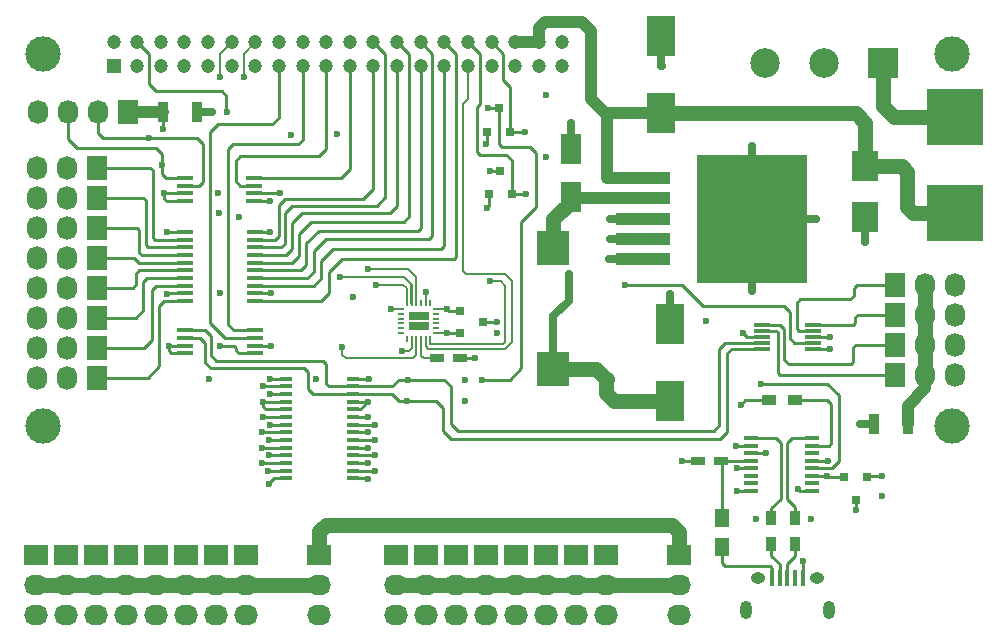
<source format=gtl>
G04 #@! TF.FileFunction,Copper,L1,Top,Signal*
%FSLAX46Y46*%
G04 Gerber Fmt 4.6, Leading zero omitted, Abs format (unit mm)*
G04 Created by KiCad (PCBNEW (2015-11-11 BZR 6310)-product) date Thu 17 Dec 2015 09:11:31 PM CST*
%MOMM*%
G01*
G04 APERTURE LIST*
%ADD10C,0.100000*%
%ADD11C,3.000000*%
%ADD12R,1.727200X2.032000*%
%ADD13O,1.727200X2.032000*%
%ADD14R,0.400000X1.350000*%
%ADD15O,1.250000X0.950000*%
%ADD16O,1.000000X1.550000*%
%ADD17R,0.800100X0.800100*%
%ADD18R,2.032000X1.727200*%
%ADD19O,2.032000X1.727200*%
%ADD20R,4.600000X1.100000*%
%ADD21R,9.400000X10.800000*%
%ADD22R,0.900000X1.200000*%
%ADD23R,2.400300X3.500120*%
%ADD24R,2.799080X2.900680*%
%ADD25R,1.200000X0.400000*%
%ADD26R,1.200000X0.750000*%
%ADD27R,1.450000X0.450000*%
%ADD28R,1.100000X0.400000*%
%ADD29R,1.400000X0.300000*%
%ADD30R,0.550000X0.200000*%
%ADD31R,0.200000X0.550000*%
%ADD32R,0.875000X0.800000*%
%ADD33C,2.500000*%
%ADD34R,2.500000X2.500000*%
%ADD35R,1.200000X0.900000*%
%ADD36R,4.700000X4.700000*%
%ADD37R,1.200000X1.200000*%
%ADD38C,1.200000*%
%ADD39R,0.900000X1.700000*%
%ADD40R,2.301240X2.499360*%
%ADD41R,1.800860X2.499360*%
%ADD42R,1.250000X1.500000*%
%ADD43C,0.600000*%
%ADD44C,0.254000*%
%ADD45C,0.203200*%
%ADD46C,0.635000*%
%ADD47C,1.016000*%
%ADD48C,1.270000*%
G04 APERTURE END LIST*
D10*
D11*
X188100000Y-111500000D03*
X111100000Y-111500000D03*
X188100000Y-80000000D03*
X111100000Y-80000000D03*
D12*
X183300000Y-99520000D03*
D13*
X185840000Y-99520000D03*
X188380000Y-99520000D03*
D12*
X183300000Y-102060000D03*
D13*
X185840000Y-102060000D03*
X188380000Y-102060000D03*
D12*
X183300000Y-104600000D03*
D13*
X185840000Y-104600000D03*
X188380000Y-104600000D03*
D12*
X183300000Y-107140000D03*
D13*
X185840000Y-107140000D03*
X188380000Y-107140000D03*
D12*
X115736000Y-89614000D03*
D13*
X113196000Y-89614000D03*
X110656000Y-89614000D03*
D12*
X115736000Y-92154000D03*
D13*
X113196000Y-92154000D03*
X110656000Y-92154000D03*
D12*
X115736000Y-94694000D03*
D13*
X113196000Y-94694000D03*
X110656000Y-94694000D03*
D12*
X115736000Y-97234000D03*
D13*
X113196000Y-97234000D03*
X110656000Y-97234000D03*
D12*
X115736000Y-99774000D03*
D13*
X113196000Y-99774000D03*
X110656000Y-99774000D03*
D12*
X115736000Y-102314000D03*
D13*
X113196000Y-102314000D03*
X110656000Y-102314000D03*
D12*
X115736000Y-104854000D03*
D13*
X113196000Y-104854000D03*
X110656000Y-104854000D03*
D12*
X115736000Y-107394000D03*
D13*
X113196000Y-107394000D03*
X110656000Y-107394000D03*
D14*
X172855100Y-124373460D03*
X173505100Y-124373460D03*
X174155100Y-124373460D03*
X174805100Y-124373460D03*
X175455100Y-124373460D03*
D15*
X171655100Y-124373460D03*
X176655100Y-124373460D03*
D16*
X170655100Y-127073460D03*
X177655100Y-127073460D03*
D17*
X148896000Y-91888760D03*
X150796000Y-91888760D03*
X149846000Y-89889780D03*
X148746000Y-86578760D03*
X150646000Y-86578760D03*
X149696000Y-84579780D03*
D18*
X110529000Y-122380000D03*
D19*
X110529000Y-124920000D03*
X110529000Y-127460000D03*
D18*
X113069000Y-122380000D03*
D19*
X113069000Y-124920000D03*
X113069000Y-127460000D03*
D18*
X115609000Y-122380000D03*
D19*
X115609000Y-124920000D03*
X115609000Y-127460000D03*
D18*
X118149000Y-122380000D03*
D19*
X118149000Y-124920000D03*
X118149000Y-127460000D03*
D18*
X120689000Y-122380000D03*
D19*
X120689000Y-124920000D03*
X120689000Y-127460000D03*
D18*
X123229000Y-122380000D03*
D19*
X123229000Y-124920000D03*
X123229000Y-127460000D03*
D18*
X125769000Y-122380000D03*
D19*
X125769000Y-124920000D03*
X125769000Y-127460000D03*
D18*
X128309000Y-122380000D03*
D19*
X128309000Y-124920000D03*
X128309000Y-127460000D03*
D18*
X141009000Y-122380000D03*
D19*
X141009000Y-124920000D03*
X141009000Y-127460000D03*
D18*
X143549000Y-122380000D03*
D19*
X143549000Y-124920000D03*
X143549000Y-127460000D03*
D18*
X146089000Y-122380000D03*
D19*
X146089000Y-124920000D03*
X146089000Y-127460000D03*
D18*
X148629000Y-122380000D03*
D19*
X148629000Y-124920000D03*
X148629000Y-127460000D03*
D18*
X151169000Y-122380000D03*
D19*
X151169000Y-124920000D03*
X151169000Y-127460000D03*
D18*
X153709000Y-122380000D03*
D19*
X153709000Y-124920000D03*
X153709000Y-127460000D03*
D18*
X156249000Y-122380000D03*
D19*
X156249000Y-124920000D03*
X156249000Y-127460000D03*
D18*
X158789000Y-122380000D03*
D19*
X158789000Y-124920000D03*
X158789000Y-127460000D03*
D20*
X161964000Y-97332000D03*
X161964000Y-95632000D03*
X161964000Y-92232000D03*
D21*
X171114000Y-93932000D03*
D20*
X161964000Y-93932000D03*
X161964000Y-90532000D03*
D22*
X174834000Y-119248000D03*
X174834000Y-121448000D03*
X172802000Y-119248000D03*
X172802000Y-121448000D03*
D18*
X134532000Y-122380000D03*
D19*
X134532000Y-124920000D03*
X134532000Y-127460000D03*
D18*
X165012000Y-122380000D03*
D19*
X165012000Y-124920000D03*
X165012000Y-127460000D03*
D23*
X163488000Y-84991200D03*
X163488000Y-78488800D03*
X164250000Y-109375200D03*
X164250000Y-102872800D03*
D24*
X154344000Y-96400880D03*
X154344000Y-106703120D03*
D25*
X176248000Y-116982500D03*
X176248000Y-116347500D03*
X176248000Y-115712500D03*
X176248000Y-115077500D03*
X176248000Y-114442500D03*
X176248000Y-113807500D03*
X176248000Y-113172500D03*
X176248000Y-112537500D03*
X171048000Y-112537500D03*
X171048000Y-113172500D03*
X171048000Y-113807500D03*
X171048000Y-114442500D03*
X171048000Y-115077500D03*
X171048000Y-115712500D03*
X171048000Y-116347500D03*
X171048000Y-116982500D03*
D26*
X168510000Y-114440000D03*
X166610000Y-114440000D03*
D27*
X129050000Y-105345000D03*
X129050000Y-104695000D03*
X129050000Y-104045000D03*
X129050000Y-103395000D03*
X123150000Y-103395000D03*
X123150000Y-104045000D03*
X123150000Y-104695000D03*
X123150000Y-105345000D03*
X129020000Y-92455000D03*
X129020000Y-91805000D03*
X129020000Y-91155000D03*
X129020000Y-90505000D03*
X123120000Y-90505000D03*
X123120000Y-91155000D03*
X123120000Y-91805000D03*
X123120000Y-92455000D03*
D26*
X144500000Y-105780000D03*
X146400000Y-105780000D03*
D28*
X131682000Y-107487000D03*
X131682000Y-108137000D03*
X131682000Y-108787000D03*
X131682000Y-109437000D03*
X131682000Y-110087000D03*
X131682000Y-110737000D03*
X131682000Y-111387000D03*
X131682000Y-112037000D03*
X131682000Y-112687000D03*
X131682000Y-113337000D03*
X131682000Y-113987000D03*
X131682000Y-114637000D03*
X131682000Y-115287000D03*
X131682000Y-115937000D03*
X137382000Y-115937000D03*
X137382000Y-115287000D03*
X137382000Y-114637000D03*
X137382000Y-113987000D03*
X137382000Y-113337000D03*
X137382000Y-112687000D03*
X137382000Y-112037000D03*
X137382000Y-111387000D03*
X137382000Y-110737000D03*
X137382000Y-110087000D03*
X137382000Y-109437000D03*
X137382000Y-108787000D03*
X137382000Y-108137000D03*
X137382000Y-107487000D03*
D29*
X176356000Y-104958000D03*
X176356000Y-104458000D03*
X176356000Y-103958000D03*
X176356000Y-103458000D03*
X176356000Y-102958000D03*
X171956000Y-102958000D03*
X171956000Y-103458000D03*
X171956000Y-103958000D03*
X171956000Y-104458000D03*
X171956000Y-104958000D03*
D12*
X118310000Y-84890000D03*
D13*
X115770000Y-84890000D03*
X113230000Y-84890000D03*
X110690000Y-84890000D03*
D27*
X129050000Y-100925000D03*
X129050000Y-100275000D03*
X129050000Y-99625000D03*
X129050000Y-98975000D03*
X129050000Y-98325000D03*
X129050000Y-97675000D03*
X129050000Y-97025000D03*
X129050000Y-96375000D03*
X129050000Y-95725000D03*
X129050000Y-95075000D03*
X123150000Y-95075000D03*
X123150000Y-95725000D03*
X123150000Y-96375000D03*
X123150000Y-97025000D03*
X123150000Y-97675000D03*
X123150000Y-98325000D03*
X123150000Y-98975000D03*
X123150000Y-99625000D03*
X123150000Y-100275000D03*
X123150000Y-100925000D03*
D30*
X141430000Y-101604000D03*
X141430000Y-102004000D03*
X141430000Y-102404000D03*
X141430000Y-102804000D03*
X141430000Y-103204000D03*
X141430000Y-103604000D03*
D31*
X141930000Y-104104000D03*
X142330000Y-104104000D03*
X142730000Y-104104000D03*
X143130000Y-104104000D03*
X143530000Y-104104000D03*
X143930000Y-104104000D03*
D30*
X144430000Y-103604000D03*
X144430000Y-103204000D03*
X144430000Y-102804000D03*
X144430000Y-102404000D03*
X144430000Y-102004000D03*
X144430000Y-101604000D03*
D31*
X143930000Y-101104000D03*
X143530000Y-101104000D03*
X143130000Y-101104000D03*
X142730000Y-101104000D03*
X142330000Y-101104000D03*
X141930000Y-101104000D03*
D32*
X143365000Y-103004000D03*
X143365000Y-102204000D03*
X142495000Y-103004000D03*
X142495000Y-102204000D03*
D33*
X172284000Y-80724000D03*
D34*
X182284000Y-80724000D03*
D33*
X177284000Y-80724000D03*
D35*
X174760000Y-109310000D03*
X172560000Y-109310000D03*
D17*
X180880000Y-115779240D03*
X178980000Y-115779240D03*
X179930000Y-117778220D03*
D36*
X188380000Y-93424000D03*
X188380000Y-85296000D03*
D37*
X117100000Y-81000000D03*
D38*
X117100000Y-79000000D03*
X119100000Y-81000000D03*
X119100000Y-79000000D03*
X121100000Y-81000000D03*
X121100000Y-79000000D03*
X123100000Y-81000000D03*
X123100000Y-79000000D03*
X125100000Y-81000000D03*
X125100000Y-79000000D03*
X127100000Y-81000000D03*
X127100000Y-79000000D03*
X129100000Y-81000000D03*
X129100000Y-79000000D03*
X131100000Y-81000000D03*
X131100000Y-79000000D03*
X133100000Y-81000000D03*
X133100000Y-79000000D03*
X135100000Y-81000000D03*
X135100000Y-79000000D03*
X137100000Y-81000000D03*
X137100000Y-79000000D03*
X139100000Y-81000000D03*
X139100000Y-79000000D03*
X141100000Y-81000000D03*
X141100000Y-79000000D03*
X143100000Y-81000000D03*
X143100000Y-79000000D03*
X145100000Y-81000000D03*
X145100000Y-79000000D03*
X147100000Y-81000000D03*
X147100000Y-79000000D03*
X149100000Y-81000000D03*
X149100000Y-79000000D03*
X151100000Y-81000000D03*
X151100000Y-79000000D03*
X153100000Y-81000000D03*
X153100000Y-79000000D03*
X155100000Y-81000000D03*
X155100000Y-79000000D03*
D39*
X121260000Y-84900000D03*
X124160000Y-84900000D03*
D17*
X146402240Y-101737000D03*
X146402240Y-103637000D03*
X148401220Y-102687000D03*
D40*
X180760000Y-89497160D03*
X180760000Y-93794840D03*
D41*
X155850000Y-92078980D03*
X155850000Y-88081020D03*
D42*
X168620000Y-119260000D03*
X168620000Y-121760000D03*
D39*
X184350000Y-111310000D03*
X181450000Y-111310000D03*
D43*
X131170000Y-91810000D03*
X141560000Y-105110000D03*
X127680000Y-93780000D03*
X132100000Y-86870000D03*
X136050000Y-86800000D03*
X148740000Y-93000000D03*
X140580000Y-101600000D03*
X148590000Y-87660000D03*
X130410000Y-104690000D03*
X130420000Y-100270000D03*
X152050000Y-91890000D03*
X160430000Y-99570000D03*
X148950000Y-89890000D03*
X151890000Y-86580000D03*
X148300000Y-107560000D03*
X138630000Y-110740000D03*
X148820000Y-84580000D03*
X130280000Y-116380000D03*
X129750000Y-109440000D03*
X138640000Y-109440000D03*
X147730000Y-105780000D03*
X130360000Y-92450000D03*
X126110000Y-104680000D03*
X167290000Y-102630000D03*
X149540000Y-103640000D03*
X159070000Y-97330000D03*
X180760000Y-95910000D03*
X177730000Y-104950000D03*
X177720000Y-103960000D03*
X164250000Y-100360000D03*
X145340000Y-101610000D03*
X143530000Y-100120000D03*
X137390000Y-100570000D03*
X134270000Y-107490000D03*
X182180000Y-117400000D03*
X182200000Y-115720000D03*
X165260000Y-114440000D03*
X171510000Y-119410000D03*
X176140000Y-119410000D03*
X159090000Y-93950000D03*
X171110000Y-100100000D03*
X176570000Y-93930000D03*
X171120000Y-87750000D03*
X155850000Y-85830000D03*
X163500000Y-81000000D03*
X177570000Y-114450000D03*
X169870000Y-115080000D03*
X175450000Y-122960000D03*
X130350000Y-107490000D03*
X129750000Y-108140000D03*
X130350000Y-108790000D03*
X125970000Y-91810000D03*
X126080000Y-100270000D03*
X121660000Y-95070000D03*
X121260000Y-86390000D03*
X159090000Y-95630000D03*
X172330000Y-113810000D03*
X153740000Y-83440000D03*
X153720000Y-88740000D03*
X125470000Y-84900000D03*
X125210000Y-107500000D03*
X126030000Y-93490000D03*
X180270000Y-111310000D03*
X170420000Y-103610000D03*
X149570000Y-102690000D03*
X146890000Y-109410000D03*
X146890000Y-107570000D03*
X138740000Y-107490000D03*
X121640000Y-100280000D03*
X141990000Y-107560000D03*
X141980000Y-109420000D03*
X129720000Y-110740000D03*
X130330000Y-111390000D03*
X121780000Y-104690000D03*
X121390000Y-91810000D03*
X120110000Y-87090000D03*
X121220000Y-89430000D03*
X130380000Y-95070000D03*
X129660000Y-112040000D03*
X130280000Y-112680000D03*
X129670000Y-113340000D03*
X130270000Y-113990000D03*
X129650000Y-114630000D03*
X130170000Y-115280000D03*
X138620000Y-115950000D03*
X139200000Y-115290000D03*
X138610000Y-114640000D03*
X139210000Y-113990000D03*
X138610000Y-113340000D03*
X139190000Y-112690000D03*
X138640000Y-112040000D03*
X139210000Y-111390000D03*
X171880000Y-107900000D03*
X158850000Y-107520000D03*
X158850000Y-108690000D03*
X155620000Y-98590000D03*
X175030000Y-116790000D03*
X145370000Y-103600000D03*
X136450000Y-104840000D03*
X148970000Y-99260000D03*
X138600000Y-98220000D03*
X126110000Y-81970000D03*
X136260000Y-98880000D03*
X128140000Y-81960000D03*
X139290000Y-99530000D03*
X179930000Y-118590000D03*
X169810000Y-113160000D03*
X177540000Y-115710000D03*
X170190000Y-109710000D03*
X126660000Y-84920000D03*
X169870000Y-116980000D03*
D44*
X129020000Y-91805000D02*
X131165000Y-91805000D01*
X131165000Y-91805000D02*
X131170000Y-91810000D01*
D45*
X142330000Y-104920000D02*
X142330000Y-104104000D01*
X142330000Y-104920000D02*
X142140000Y-105110000D01*
X142140000Y-105110000D02*
X141560000Y-105110000D01*
X140584000Y-101604000D02*
X140580000Y-101600000D01*
X141430000Y-101604000D02*
X140584000Y-101604000D01*
D44*
X148896000Y-92844000D02*
X148896000Y-91888760D01*
X148740000Y-93000000D02*
X148896000Y-92844000D01*
X148746000Y-87504000D02*
X148746000Y-86578760D01*
X148590000Y-87660000D02*
X148746000Y-87504000D01*
X129050000Y-104695000D02*
X130405000Y-104695000D01*
X130405000Y-104695000D02*
X130410000Y-104690000D01*
X130415000Y-100275000D02*
X129050000Y-100275000D01*
X130420000Y-100270000D02*
X130415000Y-100275000D01*
X147100000Y-79000000D02*
X147100000Y-79010000D01*
X147100000Y-79010000D02*
X148110000Y-80020000D01*
X148110000Y-80020000D02*
X148110000Y-84230000D01*
X148110000Y-84230000D02*
X147870000Y-84470000D01*
X147870000Y-84470000D02*
X147870000Y-88310000D01*
X147870000Y-88310000D02*
X148110000Y-88550000D01*
X148110000Y-88550000D02*
X150350000Y-88550000D01*
X150350000Y-88550000D02*
X150796000Y-88996000D01*
X150796000Y-88996000D02*
X150796000Y-91888760D01*
X150796000Y-91888760D02*
X152048760Y-91888760D01*
X152048760Y-91888760D02*
X152050000Y-91890000D01*
X176356000Y-104458000D02*
X174748000Y-104458000D01*
X165210000Y-99570000D02*
X160430000Y-99570000D01*
X166990000Y-101350000D02*
X165210000Y-99570000D01*
X173850000Y-101350000D02*
X166990000Y-101350000D01*
X174350000Y-101850000D02*
X173850000Y-101350000D01*
X174350000Y-104060000D02*
X174350000Y-101850000D01*
X174748000Y-104458000D02*
X174350000Y-104060000D01*
X149846000Y-89889780D02*
X148950220Y-89889780D01*
X148950220Y-89889780D02*
X148950000Y-89890000D01*
X150646000Y-86578760D02*
X150646000Y-82786000D01*
X150070000Y-79970000D02*
X149100000Y-79000000D01*
X150070000Y-82210000D02*
X150070000Y-79970000D01*
X150646000Y-82786000D02*
X150070000Y-82210000D01*
X150646000Y-86578760D02*
X151888760Y-86578760D01*
X151888760Y-86578760D02*
X151890000Y-86580000D01*
X149100000Y-79000000D02*
X149100000Y-79010000D01*
X150750000Y-86474760D02*
X150646000Y-86578760D01*
X137382000Y-110737000D02*
X138627000Y-110737000D01*
X149720000Y-87620000D02*
X149720000Y-84603780D01*
X149970000Y-87870000D02*
X149720000Y-87620000D01*
X152320000Y-87870000D02*
X149970000Y-87870000D01*
X152860000Y-88410000D02*
X152320000Y-87870000D01*
X152860000Y-92980000D02*
X152860000Y-88410000D01*
X151620000Y-94220000D02*
X152860000Y-92980000D01*
X151620000Y-106590000D02*
X151620000Y-94220000D01*
X150650000Y-107560000D02*
X151620000Y-106590000D01*
X148300000Y-107560000D02*
X150650000Y-107560000D01*
X138627000Y-110737000D02*
X138630000Y-110740000D01*
X149720000Y-84603780D02*
X149696000Y-84579780D01*
X149696000Y-84579780D02*
X148820220Y-84579780D01*
X148820220Y-84579780D02*
X148820000Y-84580000D01*
X131682000Y-115937000D02*
X130693000Y-115937000D01*
X130280000Y-116350000D02*
X130280000Y-116380000D01*
X130693000Y-115937000D02*
X130280000Y-116350000D01*
X130357000Y-110087000D02*
X129977000Y-110087000D01*
X129753000Y-109437000D02*
X129750000Y-109440000D01*
X129753000Y-109437000D02*
X131682000Y-109437000D01*
X129750000Y-109860000D02*
X129750000Y-109440000D01*
X129977000Y-110087000D02*
X129750000Y-109860000D01*
X137993000Y-110087000D02*
X138640000Y-109440000D01*
X137382000Y-110087000D02*
X137993000Y-110087000D01*
X138637000Y-109437000D02*
X137382000Y-109437000D01*
X138637000Y-109437000D02*
X138640000Y-109440000D01*
X146400000Y-105780000D02*
X147730000Y-105780000D01*
X129020000Y-92455000D02*
X130355000Y-92455000D01*
X130355000Y-92455000D02*
X130360000Y-92450000D01*
X129050000Y-105345000D02*
X127705000Y-105345000D01*
X127300000Y-104680000D02*
X126110000Y-104680000D01*
X127490000Y-104870000D02*
X127300000Y-104680000D01*
X127490000Y-105130000D02*
X127490000Y-104870000D01*
X127705000Y-105345000D02*
X127490000Y-105130000D01*
X146402240Y-101737000D02*
X145467000Y-101737000D01*
X145467000Y-101737000D02*
X145340000Y-101610000D01*
D46*
X159072000Y-97332000D02*
X159070000Y-97330000D01*
X159072000Y-97332000D02*
X161964000Y-97332000D01*
X180760000Y-93794840D02*
X180760000Y-95910000D01*
D44*
X176356000Y-104958000D02*
X177722000Y-104958000D01*
X177722000Y-104958000D02*
X177730000Y-104950000D01*
X176356000Y-103958000D02*
X177718000Y-103958000D01*
X177718000Y-103958000D02*
X177720000Y-103960000D01*
D46*
X164250000Y-102872800D02*
X164250000Y-100360000D01*
D45*
X144430000Y-101604000D02*
X145334000Y-101604000D01*
X145334000Y-101604000D02*
X145340000Y-101610000D01*
X143530000Y-101104000D02*
X143530000Y-100120000D01*
D44*
X182180000Y-115700000D02*
X180959240Y-115700000D01*
X182200000Y-115720000D02*
X182180000Y-115700000D01*
X180959240Y-115700000D02*
X180880000Y-115779240D01*
X165260000Y-114440000D02*
X166610000Y-114440000D01*
D46*
X161964000Y-93932000D02*
X159108000Y-93932000D01*
X159108000Y-93932000D02*
X159090000Y-93950000D01*
X171114000Y-93932000D02*
X171114000Y-100096000D01*
X171114000Y-100096000D02*
X171110000Y-100100000D01*
X171114000Y-93932000D02*
X176568000Y-93932000D01*
X176568000Y-93932000D02*
X176570000Y-93930000D01*
X171114000Y-93932000D02*
X171114000Y-87756000D01*
X171114000Y-87756000D02*
X171120000Y-87750000D01*
X155850000Y-88081020D02*
X155850000Y-85830000D01*
X163488000Y-78488800D02*
X163488000Y-80988000D01*
X163488000Y-80988000D02*
X163500000Y-81000000D01*
D44*
X176248000Y-114442500D02*
X177562500Y-114442500D01*
X177562500Y-114442500D02*
X177570000Y-114450000D01*
X171048000Y-115077500D02*
X169872500Y-115077500D01*
X169872500Y-115077500D02*
X169870000Y-115080000D01*
X175455100Y-124373460D02*
X175455100Y-122965100D01*
X175455100Y-122965100D02*
X175450000Y-122960000D01*
X131682000Y-107487000D02*
X130353000Y-107487000D01*
X130353000Y-107487000D02*
X130350000Y-107490000D01*
X131682000Y-108137000D02*
X129753000Y-108137000D01*
X129753000Y-108137000D02*
X129750000Y-108140000D01*
X131682000Y-108787000D02*
X130353000Y-108787000D01*
X130353000Y-108787000D02*
X130350000Y-108790000D01*
X131682000Y-110087000D02*
X130357000Y-110087000D01*
X130357000Y-110087000D02*
X130350000Y-110080000D01*
X126080000Y-100270000D02*
X126080000Y-100260000D01*
X123150000Y-95075000D02*
X121665000Y-95075000D01*
X121665000Y-95075000D02*
X121660000Y-95070000D01*
X121260000Y-84900000D02*
X121260000Y-86390000D01*
D47*
X121260000Y-84900000D02*
X118320000Y-84900000D01*
X118320000Y-84900000D02*
X118310000Y-84890000D01*
D44*
X176356000Y-103458000D02*
X175098000Y-103458000D01*
X180020000Y-99520000D02*
X183300000Y-99520000D01*
X179770000Y-99770000D02*
X180020000Y-99520000D01*
X179770000Y-100490000D02*
X179770000Y-99770000D01*
X179480000Y-100780000D02*
X179770000Y-100490000D01*
X175210000Y-100780000D02*
X179480000Y-100780000D01*
X174930000Y-101060000D02*
X175210000Y-100780000D01*
X174930000Y-103290000D02*
X174930000Y-101060000D01*
X175098000Y-103458000D02*
X174930000Y-103290000D01*
X176356000Y-102958000D02*
X179662000Y-102958000D01*
X180090000Y-102060000D02*
X183300000Y-102060000D01*
X179880000Y-102270000D02*
X180090000Y-102060000D01*
X179880000Y-102740000D02*
X179880000Y-102270000D01*
X179662000Y-102958000D02*
X179880000Y-102740000D01*
X171956000Y-102958000D02*
X173538000Y-102958000D01*
X179970000Y-104600000D02*
X183300000Y-104600000D01*
X179740000Y-104830000D02*
X179970000Y-104600000D01*
X179740000Y-106060000D02*
X179740000Y-104830000D01*
X179520000Y-106280000D02*
X179740000Y-106060000D01*
X174250000Y-106280000D02*
X179520000Y-106280000D01*
X173840000Y-105870000D02*
X174250000Y-106280000D01*
X173840000Y-103260000D02*
X173840000Y-105870000D01*
X173538000Y-102958000D02*
X173840000Y-103260000D01*
X171956000Y-103458000D02*
X173228000Y-103458000D01*
X173530000Y-107140000D02*
X183300000Y-107140000D01*
X173360000Y-106970000D02*
X173530000Y-107140000D01*
X173360000Y-103590000D02*
X173360000Y-106970000D01*
X173228000Y-103458000D02*
X173360000Y-103590000D01*
X123150000Y-95725000D02*
X120595000Y-95725000D01*
X120184000Y-89614000D02*
X115736000Y-89614000D01*
X120420000Y-89850000D02*
X120184000Y-89614000D01*
X120420000Y-95550000D02*
X120420000Y-89850000D01*
X120595000Y-95725000D02*
X120420000Y-95550000D01*
X123150000Y-96375000D02*
X120035000Y-96375000D01*
X119614000Y-92154000D02*
X115736000Y-92154000D01*
X119810000Y-92350000D02*
X119614000Y-92154000D01*
X119810000Y-96150000D02*
X119810000Y-92350000D01*
X120035000Y-96375000D02*
X119810000Y-96150000D01*
X123150000Y-97025000D02*
X119465000Y-97025000D01*
X119064000Y-94694000D02*
X115736000Y-94694000D01*
X119250000Y-94880000D02*
X119064000Y-94694000D01*
X119250000Y-96810000D02*
X119250000Y-94880000D01*
X119465000Y-97025000D02*
X119250000Y-96810000D01*
X123150000Y-97675000D02*
X119285000Y-97675000D01*
X118844000Y-97234000D02*
X115736000Y-97234000D01*
X119285000Y-97675000D02*
X118844000Y-97234000D01*
X123150000Y-98325000D02*
X119245000Y-98325000D01*
X118706000Y-99774000D02*
X115736000Y-99774000D01*
X118970000Y-99510000D02*
X118706000Y-99774000D01*
X118970000Y-98600000D02*
X118970000Y-99510000D01*
X119245000Y-98325000D02*
X118970000Y-98600000D01*
X123150000Y-98975000D02*
X119955000Y-98975000D01*
X118966000Y-102314000D02*
X115736000Y-102314000D01*
X119620000Y-101660000D02*
X118966000Y-102314000D01*
X119620000Y-99310000D02*
X119620000Y-101660000D01*
X119955000Y-98975000D02*
X119620000Y-99310000D01*
X123150000Y-99625000D02*
X120685000Y-99625000D01*
X119676000Y-104854000D02*
X115736000Y-104854000D01*
X120350000Y-104180000D02*
X119676000Y-104854000D01*
X120350000Y-99960000D02*
X120350000Y-104180000D01*
X120685000Y-99625000D02*
X120350000Y-99960000D01*
X123150000Y-100925000D02*
X121385000Y-100925000D01*
X120016000Y-107394000D02*
X115736000Y-107394000D01*
X120980000Y-106430000D02*
X120016000Y-107394000D01*
X120980000Y-101330000D02*
X120980000Y-106430000D01*
X121385000Y-100925000D02*
X120980000Y-101330000D01*
X172855100Y-124373460D02*
X172855100Y-123525100D01*
X168620000Y-123100000D02*
X168620000Y-121760000D01*
X168870000Y-123350000D02*
X168620000Y-123100000D01*
X172680000Y-123350000D02*
X168870000Y-123350000D01*
X172855100Y-123525100D02*
X172680000Y-123350000D01*
X173505100Y-124373460D02*
X173505100Y-123165100D01*
X172802000Y-122462000D02*
X172802000Y-121448000D01*
X173505100Y-123165100D02*
X172802000Y-122462000D01*
X174155100Y-124373460D02*
X174155100Y-123144900D01*
X174834000Y-122466000D02*
X174834000Y-121448000D01*
X174155100Y-123144900D02*
X174834000Y-122466000D01*
D48*
X128309000Y-124920000D02*
X134532000Y-124920000D01*
X125769000Y-124920000D02*
X128309000Y-124920000D01*
X123229000Y-124920000D02*
X125769000Y-124920000D01*
X120689000Y-124920000D02*
X123229000Y-124920000D01*
X118149000Y-124920000D02*
X120689000Y-124920000D01*
X115609000Y-124920000D02*
X118149000Y-124920000D01*
X113069000Y-124920000D02*
X115609000Y-124920000D01*
X110529000Y-124920000D02*
X113069000Y-124920000D01*
X158789000Y-124920000D02*
X165012000Y-124920000D01*
X156249000Y-124920000D02*
X158789000Y-124920000D01*
X153709000Y-124920000D02*
X156249000Y-124920000D01*
X151169000Y-124920000D02*
X153709000Y-124920000D01*
X148629000Y-124920000D02*
X151169000Y-124920000D01*
X146089000Y-124920000D02*
X148629000Y-124920000D01*
X143549000Y-124920000D02*
X146089000Y-124920000D01*
X141009000Y-124920000D02*
X143549000Y-124920000D01*
D46*
X161964000Y-95632000D02*
X159092000Y-95632000D01*
X159092000Y-95632000D02*
X159090000Y-95630000D01*
D44*
X159092000Y-95632000D02*
X159090000Y-95630000D01*
D48*
X155850000Y-92078980D02*
X155850000Y-92640000D01*
X155910000Y-92420000D02*
X154344000Y-93986000D01*
X154344000Y-93986000D02*
X154344000Y-96400880D01*
D47*
X161964000Y-92232000D02*
X156003020Y-92232000D01*
X156003020Y-92232000D02*
X155850000Y-92078980D01*
X161964000Y-90532000D02*
X158892000Y-90532000D01*
X158860000Y-90500000D02*
X158860000Y-84991200D01*
X158892000Y-90532000D02*
X158860000Y-90500000D01*
X153100000Y-79000000D02*
X153100000Y-77770000D01*
X158691200Y-84991200D02*
X158860000Y-84991200D01*
X158860000Y-84991200D02*
X163488000Y-84991200D01*
X157530000Y-83830000D02*
X158691200Y-84991200D01*
X157530000Y-78050000D02*
X157530000Y-83830000D01*
X156730000Y-77250000D02*
X157530000Y-78050000D01*
X153620000Y-77250000D02*
X156730000Y-77250000D01*
X153100000Y-77770000D02*
X153620000Y-77250000D01*
X151100000Y-79000000D02*
X153100000Y-79000000D01*
D48*
X180760000Y-89497160D02*
X180760000Y-85830000D01*
X180760000Y-85830000D02*
X179921200Y-84991200D01*
X179921200Y-84991200D02*
X163488000Y-84991200D01*
X188380000Y-93424000D02*
X184794000Y-93424000D01*
X183827160Y-89497160D02*
X180760000Y-89497160D01*
X184290000Y-89960000D02*
X183827160Y-89497160D01*
X184290000Y-92920000D02*
X184290000Y-89960000D01*
X184794000Y-93424000D02*
X184290000Y-92920000D01*
D44*
X131100000Y-81000000D02*
X131100000Y-85410000D01*
X126539000Y-104045000D02*
X129050000Y-104045000D01*
X125290000Y-102796000D02*
X126539000Y-104045000D01*
X125290000Y-86570000D02*
X125290000Y-102796000D01*
X125900000Y-85960000D02*
X125290000Y-86570000D01*
X130550000Y-85960000D02*
X125900000Y-85960000D01*
X131100000Y-85410000D02*
X130550000Y-85960000D01*
X133100000Y-81000000D02*
X133100000Y-87270000D01*
X127261000Y-103395000D02*
X129050000Y-103395000D01*
X126800000Y-102934000D02*
X127261000Y-103395000D01*
X126800000Y-88050000D02*
X126800000Y-102934000D01*
X127210000Y-87640000D02*
X126800000Y-88050000D01*
X132730000Y-87640000D02*
X127210000Y-87640000D01*
X133100000Y-87270000D02*
X132730000Y-87640000D01*
X171048000Y-113807500D02*
X172327500Y-113807500D01*
X172327500Y-113807500D02*
X172330000Y-113810000D01*
X174834000Y-119248000D02*
X174834000Y-118394000D01*
X174522500Y-112537500D02*
X176248000Y-112537500D01*
X174120000Y-112940000D02*
X174522500Y-112537500D01*
X174120000Y-117680000D02*
X174120000Y-112940000D01*
X174834000Y-118394000D02*
X174120000Y-117680000D01*
X172802000Y-119248000D02*
X172802000Y-118468000D01*
X173157500Y-112537500D02*
X171048000Y-112537500D01*
X173570000Y-112950000D02*
X173157500Y-112537500D01*
X173570000Y-117700000D02*
X173570000Y-112950000D01*
X172802000Y-118468000D02*
X173570000Y-117700000D01*
X135100000Y-81000000D02*
X135100000Y-88060000D01*
X127835000Y-91155000D02*
X129020000Y-91155000D01*
X127430000Y-90750000D02*
X127835000Y-91155000D01*
X127430000Y-89040000D02*
X127430000Y-90750000D01*
X127820000Y-88650000D02*
X127430000Y-89040000D01*
X134510000Y-88650000D02*
X127820000Y-88650000D01*
X135100000Y-88060000D02*
X134510000Y-88650000D01*
X129020000Y-90505000D02*
X136365000Y-90505000D01*
X137100000Y-89770000D02*
X137100000Y-81000000D01*
X136365000Y-90505000D02*
X137100000Y-89770000D01*
D46*
X124160000Y-84900000D02*
X125470000Y-84900000D01*
X181450000Y-111310000D02*
X180270000Y-111310000D01*
D44*
X170768000Y-103958000D02*
X170420000Y-103610000D01*
X170768000Y-103958000D02*
X171956000Y-103958000D01*
X149567000Y-102687000D02*
X149570000Y-102690000D01*
X149567000Y-102687000D02*
X148401220Y-102687000D01*
X137382000Y-107487000D02*
X138737000Y-107487000D01*
X138737000Y-107487000D02*
X138740000Y-107490000D01*
X121645000Y-100275000D02*
X121640000Y-100280000D01*
X121645000Y-100275000D02*
X123150000Y-100275000D01*
X171956000Y-104458000D02*
X168882000Y-104458000D01*
X140663000Y-108137000D02*
X137382000Y-108137000D01*
X141240000Y-107560000D02*
X140663000Y-108137000D01*
X145110000Y-107560000D02*
X141990000Y-107560000D01*
X141990000Y-107560000D02*
X141240000Y-107560000D01*
X145700000Y-108150000D02*
X145110000Y-107560000D01*
X145700000Y-111330000D02*
X145700000Y-108150000D01*
X146280000Y-111910000D02*
X145700000Y-111330000D01*
X167900000Y-111910000D02*
X146280000Y-111910000D01*
X168370000Y-111440000D02*
X167900000Y-111910000D01*
X168370000Y-104970000D02*
X168370000Y-111440000D01*
X168882000Y-104458000D02*
X168370000Y-104970000D01*
X135120000Y-106250000D02*
X135120000Y-107940000D01*
X134830000Y-105960000D02*
X135120000Y-106250000D01*
X125780000Y-105960000D02*
X134830000Y-105960000D01*
X125330000Y-105510000D02*
X125780000Y-105960000D01*
X125330000Y-103880000D02*
X125330000Y-105510000D01*
X124845000Y-103395000D02*
X125330000Y-103880000D01*
X123150000Y-103395000D02*
X124845000Y-103395000D01*
X135317000Y-108137000D02*
X137382000Y-108137000D01*
X135120000Y-107940000D02*
X135317000Y-108137000D01*
X171956000Y-104958000D02*
X169422000Y-104958000D01*
X140667000Y-108787000D02*
X137382000Y-108787000D01*
X141300000Y-109420000D02*
X140667000Y-108787000D01*
X144390000Y-109420000D02*
X141980000Y-109420000D01*
X141980000Y-109420000D02*
X141300000Y-109420000D01*
X144980000Y-110010000D02*
X144390000Y-109420000D01*
X144980000Y-111910000D02*
X144980000Y-110010000D01*
X145670000Y-112600000D02*
X144980000Y-111910000D01*
X168410000Y-112600000D02*
X145670000Y-112600000D01*
X169040000Y-111970000D02*
X168410000Y-112600000D01*
X169040000Y-105340000D02*
X169040000Y-111970000D01*
X169422000Y-104958000D02*
X169040000Y-105340000D01*
X123150000Y-104045000D02*
X124415000Y-104045000D01*
X133967000Y-108787000D02*
X137382000Y-108787000D01*
X133570000Y-108390000D02*
X133967000Y-108787000D01*
X133570000Y-106950000D02*
X133570000Y-108390000D01*
X133240000Y-106620000D02*
X133570000Y-106950000D01*
X125310000Y-106620000D02*
X133240000Y-106620000D01*
X124820000Y-106130000D02*
X125310000Y-106620000D01*
X124820000Y-104450000D02*
X124820000Y-106130000D01*
X124415000Y-104045000D02*
X124820000Y-104450000D01*
X129723000Y-110737000D02*
X129720000Y-110740000D01*
X129723000Y-110737000D02*
X131682000Y-110737000D01*
X130333000Y-111387000D02*
X130330000Y-111390000D01*
X130333000Y-111387000D02*
X131682000Y-111387000D01*
X123150000Y-105345000D02*
X121965000Y-105345000D01*
X121780000Y-105160000D02*
X121780000Y-104690000D01*
X121965000Y-105345000D02*
X121780000Y-105160000D01*
X123150000Y-104695000D02*
X121785000Y-104695000D01*
X121785000Y-104695000D02*
X121780000Y-104690000D01*
X123120000Y-92455000D02*
X121595000Y-92455000D01*
X121390000Y-92250000D02*
X121390000Y-91810000D01*
X121595000Y-92455000D02*
X121390000Y-92250000D01*
X123120000Y-91805000D02*
X121395000Y-91805000D01*
X121395000Y-91805000D02*
X121390000Y-91810000D01*
X123120000Y-91155000D02*
X124365000Y-91155000D01*
X115770000Y-86660000D02*
X115770000Y-84890000D01*
X116200000Y-87090000D02*
X115770000Y-86660000D01*
X124150000Y-87090000D02*
X120110000Y-87090000D01*
X120110000Y-87090000D02*
X116200000Y-87090000D01*
X124660000Y-87600000D02*
X124150000Y-87090000D01*
X124660000Y-90860000D02*
X124660000Y-87600000D01*
X124365000Y-91155000D02*
X124660000Y-90860000D01*
X121220000Y-89430000D02*
X121230000Y-89430000D01*
X123120000Y-90505000D02*
X121555000Y-90505000D01*
X113230000Y-87190000D02*
X113230000Y-84890000D01*
X113980000Y-87940000D02*
X113230000Y-87190000D01*
X120720000Y-87940000D02*
X113980000Y-87940000D01*
X121230000Y-88450000D02*
X120720000Y-87940000D01*
X121230000Y-90180000D02*
X121230000Y-89430000D01*
X121230000Y-89430000D02*
X121230000Y-88450000D01*
X121555000Y-90505000D02*
X121230000Y-90180000D01*
X129050000Y-95075000D02*
X130375000Y-95075000D01*
X130375000Y-95075000D02*
X130380000Y-95070000D01*
X131682000Y-112037000D02*
X129663000Y-112037000D01*
X129663000Y-112037000D02*
X129660000Y-112040000D01*
X130287000Y-112687000D02*
X130280000Y-112680000D01*
X130287000Y-112687000D02*
X131682000Y-112687000D01*
X131682000Y-113337000D02*
X129673000Y-113337000D01*
X129673000Y-113337000D02*
X129670000Y-113340000D01*
X130273000Y-113987000D02*
X131682000Y-113987000D01*
X130273000Y-113987000D02*
X130270000Y-113990000D01*
X129657000Y-114637000D02*
X131682000Y-114637000D01*
X129657000Y-114637000D02*
X129650000Y-114630000D01*
X131682000Y-115287000D02*
X130177000Y-115287000D01*
X130177000Y-115287000D02*
X130170000Y-115280000D01*
X137382000Y-115937000D02*
X138607000Y-115937000D01*
X138607000Y-115937000D02*
X138620000Y-115950000D01*
X137382000Y-115287000D02*
X139197000Y-115287000D01*
X139197000Y-115287000D02*
X139200000Y-115290000D01*
X137382000Y-114637000D02*
X138607000Y-114637000D01*
X138607000Y-114637000D02*
X138610000Y-114640000D01*
X139207000Y-113987000D02*
X139210000Y-113990000D01*
X137382000Y-113987000D02*
X139207000Y-113987000D01*
X137382000Y-113337000D02*
X138607000Y-113337000D01*
X138607000Y-113337000D02*
X138610000Y-113340000D01*
X137382000Y-112687000D02*
X139187000Y-112687000D01*
X139187000Y-112687000D02*
X139190000Y-112690000D01*
X137382000Y-112037000D02*
X138637000Y-112037000D01*
X138637000Y-112037000D02*
X138640000Y-112040000D01*
X137382000Y-111387000D02*
X139207000Y-111387000D01*
X139207000Y-111387000D02*
X139210000Y-111390000D01*
X176248000Y-115077500D02*
X177902500Y-115077500D01*
X177520000Y-107900000D02*
X171880000Y-107900000D01*
X178520000Y-108900000D02*
X177520000Y-107900000D01*
X178520000Y-114460000D02*
X178520000Y-108900000D01*
X177902500Y-115077500D02*
X178520000Y-114460000D01*
D48*
X158843760Y-107526240D02*
X158760000Y-107526240D01*
X158850000Y-107520000D02*
X158843760Y-107526240D01*
X158850000Y-108690000D02*
X158760000Y-108690000D01*
D46*
X155620000Y-98590000D02*
X155620000Y-100890000D01*
X154344000Y-102166000D02*
X154344000Y-106703120D01*
X155620000Y-100890000D02*
X154344000Y-102166000D01*
D48*
X154344000Y-106703120D02*
X157936880Y-106703120D01*
X157936880Y-106703120D02*
X158760000Y-107526240D01*
X158760000Y-107526240D02*
X158760000Y-108690000D01*
X158760000Y-108690000D02*
X159445200Y-109375200D01*
X159445200Y-109375200D02*
X164250000Y-109375200D01*
X165012000Y-122380000D02*
X165012000Y-120472000D01*
X134532000Y-120388000D02*
X134532000Y-122380000D01*
X135080000Y-119840000D02*
X134532000Y-120388000D01*
X164380000Y-119840000D02*
X135080000Y-119840000D01*
X165012000Y-120472000D02*
X164380000Y-119840000D01*
D44*
X176248000Y-116982500D02*
X175232500Y-116982500D01*
X175040000Y-116790000D02*
X175030000Y-116790000D01*
X175232500Y-116982500D02*
X175040000Y-116790000D01*
X171048000Y-114442500D02*
X168512500Y-114442500D01*
X168512500Y-114442500D02*
X168510000Y-114440000D01*
X168620000Y-119260000D02*
X168620000Y-114550000D01*
X168620000Y-114550000D02*
X168510000Y-114440000D01*
X146402240Y-103637000D02*
X145407000Y-103637000D01*
X145407000Y-103637000D02*
X145370000Y-103600000D01*
D45*
X145366000Y-103604000D02*
X145370000Y-103600000D01*
X145366000Y-103604000D02*
X144430000Y-103604000D01*
X143370000Y-105780000D02*
X144500000Y-105780000D01*
X143130000Y-105540000D02*
X143370000Y-105780000D01*
X143130000Y-104104000D02*
X143130000Y-105540000D01*
D44*
X129050000Y-95725000D02*
X130765000Y-95725000D01*
X139100000Y-91420000D02*
X139100000Y-81000000D01*
X138240000Y-92280000D02*
X139100000Y-91420000D01*
X131580000Y-92280000D02*
X138240000Y-92280000D01*
X131080000Y-92780000D02*
X131580000Y-92280000D01*
X131080000Y-95410000D02*
X131080000Y-92780000D01*
X130765000Y-95725000D02*
X131080000Y-95410000D01*
X129050000Y-96375000D02*
X131315000Y-96375000D01*
X140110000Y-80010000D02*
X139100000Y-79000000D01*
X140110000Y-92110000D02*
X140110000Y-80010000D01*
X139390000Y-92830000D02*
X140110000Y-92110000D01*
X132240000Y-92830000D02*
X139390000Y-92830000D01*
X131630000Y-93440000D02*
X132240000Y-92830000D01*
X131630000Y-96060000D02*
X131630000Y-93440000D01*
X131315000Y-96375000D02*
X131630000Y-96060000D01*
X129050000Y-97025000D02*
X131725000Y-97025000D01*
X141100000Y-92850000D02*
X141100000Y-81000000D01*
X140470000Y-93480000D02*
X141100000Y-92850000D01*
X133050000Y-93480000D02*
X140470000Y-93480000D01*
X132200000Y-94330000D02*
X133050000Y-93480000D01*
X132200000Y-96550000D02*
X132200000Y-94330000D01*
X131725000Y-97025000D02*
X132200000Y-96550000D01*
X129050000Y-97675000D02*
X132245000Y-97675000D01*
X142120000Y-80020000D02*
X141100000Y-79000000D01*
X142120000Y-93740000D02*
X142120000Y-80020000D01*
X141670000Y-94190000D02*
X142120000Y-93740000D01*
X133820000Y-94190000D02*
X141670000Y-94190000D01*
X132800000Y-95210000D02*
X133820000Y-94190000D01*
X132800000Y-97120000D02*
X132800000Y-95210000D01*
X132245000Y-97675000D02*
X132800000Y-97120000D01*
X129050000Y-98325000D02*
X132925000Y-98325000D01*
X143100000Y-94720000D02*
X143100000Y-81000000D01*
X142870000Y-94950000D02*
X143100000Y-94720000D01*
X134470000Y-94950000D02*
X142870000Y-94950000D01*
X133410000Y-96010000D02*
X134470000Y-94950000D01*
X133410000Y-97840000D02*
X133410000Y-96010000D01*
X132925000Y-98325000D02*
X133410000Y-97840000D01*
X129050000Y-98975000D02*
X133495000Y-98975000D01*
X144090000Y-79990000D02*
X143100000Y-79000000D01*
X144090000Y-95400000D02*
X144090000Y-79990000D01*
X143840000Y-95650000D02*
X144090000Y-95400000D01*
X135080000Y-95650000D02*
X143840000Y-95650000D01*
X134050000Y-96680000D02*
X135080000Y-95650000D01*
X134050000Y-98420000D02*
X134050000Y-96680000D01*
X133495000Y-98975000D02*
X134050000Y-98420000D01*
X129050000Y-99625000D02*
X134025000Y-99625000D01*
X145100000Y-96240000D02*
X145100000Y-81000000D01*
X144820000Y-96520000D02*
X145100000Y-96240000D01*
X135660000Y-96520000D02*
X144820000Y-96520000D01*
X134690000Y-97490000D02*
X135660000Y-96520000D01*
X134690000Y-98960000D02*
X134690000Y-97490000D01*
X134025000Y-99625000D02*
X134690000Y-98960000D01*
X135360000Y-99240000D02*
X135360000Y-98460000D01*
X145910000Y-97340000D02*
X146100000Y-97150000D01*
X136480000Y-97340000D02*
X145910000Y-97340000D01*
X135360000Y-98460000D02*
X136480000Y-97340000D01*
X146100000Y-97150000D02*
X146100000Y-80000000D01*
X129050000Y-100925000D02*
X134655000Y-100925000D01*
X146100000Y-80000000D02*
X145100000Y-79000000D01*
X135360000Y-100220000D02*
X135360000Y-99240000D01*
X134655000Y-100925000D02*
X135360000Y-100220000D01*
D45*
X142730000Y-104104000D02*
X142730000Y-105510000D01*
X136450000Y-105450000D02*
X136450000Y-104840000D01*
X136780000Y-105780000D02*
X136450000Y-105450000D01*
X142460000Y-105780000D02*
X136780000Y-105780000D01*
X142730000Y-105510000D02*
X142460000Y-105780000D01*
X147100000Y-81000000D02*
X147100000Y-83810000D01*
X147100000Y-83810000D02*
X146710000Y-84200000D01*
X146710000Y-84200000D02*
X146710000Y-98390000D01*
X146710000Y-98390000D02*
X146950000Y-98630000D01*
X146950000Y-98630000D02*
X150210000Y-98630000D01*
X150210000Y-98630000D02*
X150830000Y-99250000D01*
X150830000Y-99250000D02*
X150830000Y-104350000D01*
X150830000Y-104350000D02*
X150210000Y-104970000D01*
X150210000Y-104970000D02*
X143740000Y-104970000D01*
X143740000Y-104970000D02*
X143530000Y-104760000D01*
X143530000Y-104760000D02*
X143530000Y-104104000D01*
X143930000Y-104104000D02*
X143930000Y-104528998D01*
X149870000Y-99260000D02*
X148970000Y-99260000D01*
X150250000Y-99640000D02*
X149870000Y-99260000D01*
X150250000Y-104391182D02*
X150250000Y-99640000D01*
X150052184Y-104588998D02*
X150250000Y-104391182D01*
X143990000Y-104588998D02*
X150052184Y-104588998D01*
X143930000Y-104528998D02*
X143990000Y-104588998D01*
X127090000Y-79000000D02*
X126110000Y-79980000D01*
X126110000Y-79980000D02*
X126110000Y-81970000D01*
X142730000Y-101104000D02*
X142730000Y-98890000D01*
X142730000Y-98890000D02*
X142060000Y-98220000D01*
X142060000Y-98220000D02*
X138600000Y-98220000D01*
X127100000Y-79000000D02*
X127090000Y-79000000D01*
X136290000Y-98910000D02*
X141720000Y-98910000D01*
X136260000Y-98880000D02*
X136290000Y-98910000D01*
X141720000Y-98910000D02*
X142311002Y-99501002D01*
X142311002Y-99501002D02*
X142311002Y-101104000D01*
X142311002Y-101104000D02*
X142330000Y-101104000D01*
X142330000Y-101104000D02*
X142330000Y-99520000D01*
X142330000Y-99520000D02*
X141720000Y-98910000D01*
X129100000Y-79020000D02*
X128140000Y-79980000D01*
X128140000Y-79980000D02*
X128140000Y-81960000D01*
X141610000Y-99530000D02*
X139290000Y-99530000D01*
X141930000Y-99850000D02*
X141610000Y-99530000D01*
X141930000Y-101104000D02*
X141930000Y-99850000D01*
X129100000Y-79000000D02*
X129100000Y-79020000D01*
D44*
X129100000Y-79000000D02*
X129080000Y-79000000D01*
D48*
X182284000Y-80724000D02*
X182284000Y-84374000D01*
X183206000Y-85296000D02*
X188380000Y-85296000D01*
X182284000Y-84374000D02*
X183206000Y-85296000D01*
D44*
X179930000Y-117778220D02*
X179930000Y-118590000D01*
X171048000Y-113172500D02*
X169822500Y-113172500D01*
X169822500Y-113172500D02*
X169810000Y-113160000D01*
X178980000Y-115779240D02*
X177609240Y-115779240D01*
X177609240Y-115779240D02*
X177540000Y-115710000D01*
X176248000Y-115712500D02*
X177537500Y-115712500D01*
X177537500Y-115712500D02*
X177540000Y-115710000D01*
X176248000Y-113172500D02*
X177637500Y-113172500D01*
X177520000Y-109310000D02*
X174760000Y-109310000D01*
X177870000Y-109660000D02*
X177520000Y-109310000D01*
X177870000Y-112940000D02*
X177870000Y-109660000D01*
X177637500Y-113172500D02*
X177870000Y-112940000D01*
X170590000Y-109310000D02*
X170190000Y-109710000D01*
X172560000Y-109310000D02*
X170590000Y-109310000D01*
X120090000Y-79990000D02*
X119100000Y-79000000D01*
X120090000Y-82550000D02*
X120090000Y-79990000D01*
X120660000Y-83120000D02*
X120090000Y-82550000D01*
X126240000Y-83120000D02*
X120660000Y-83120000D01*
X126640000Y-83520000D02*
X126240000Y-83120000D01*
X126640000Y-84900000D02*
X126640000Y-83520000D01*
X126660000Y-84920000D02*
X126640000Y-84900000D01*
X171048000Y-116982500D02*
X169872500Y-116982500D01*
X169872500Y-116982500D02*
X169870000Y-116980000D01*
D47*
X184350000Y-111310000D02*
X184350000Y-109810000D01*
X185840000Y-108320000D02*
X185840000Y-107140000D01*
X184350000Y-109810000D02*
X185840000Y-108320000D01*
D48*
X185840000Y-107140000D02*
X185840000Y-104600000D01*
X185840000Y-104600000D02*
X185840000Y-102060000D01*
X185840000Y-99520000D02*
X185840000Y-102060000D01*
M02*

</source>
